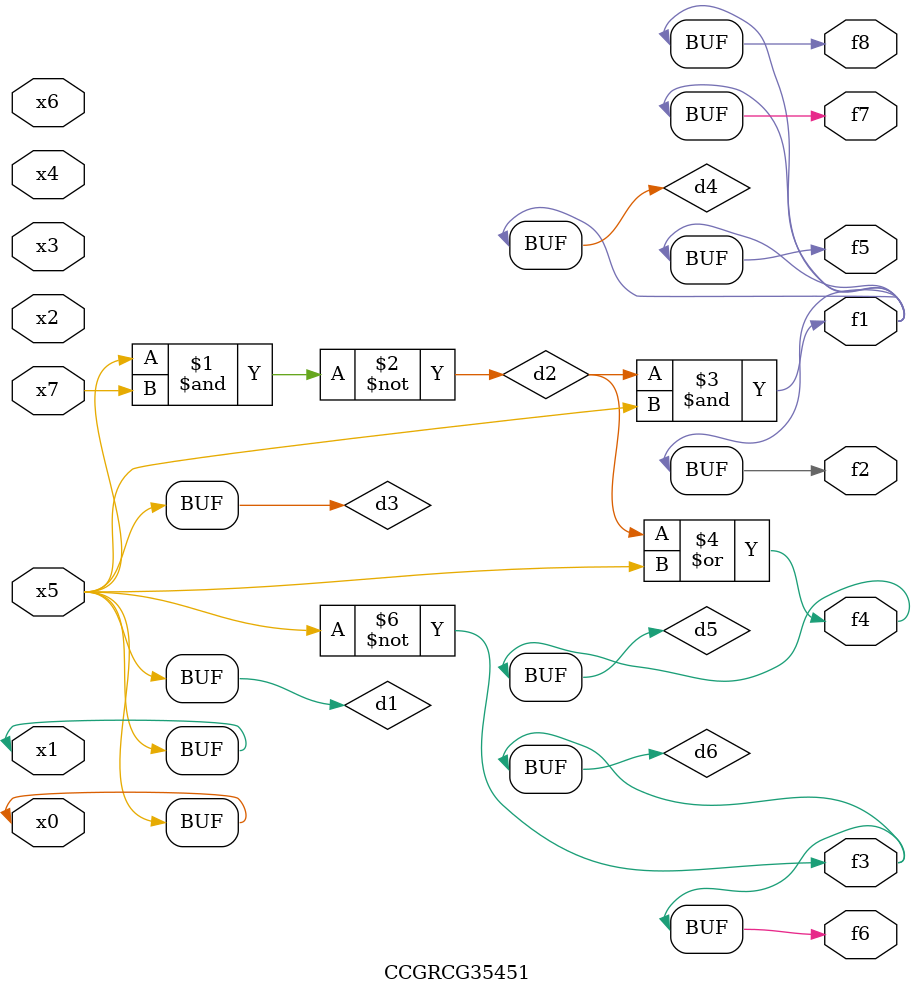
<source format=v>
module CCGRCG35451(
	input x0, x1, x2, x3, x4, x5, x6, x7,
	output f1, f2, f3, f4, f5, f6, f7, f8
);

	wire d1, d2, d3, d4, d5, d6;

	buf (d1, x0, x5);
	nand (d2, x5, x7);
	buf (d3, x0, x1);
	and (d4, d2, d3);
	or (d5, d2, d3);
	nor (d6, d1, d3);
	assign f1 = d4;
	assign f2 = d4;
	assign f3 = d6;
	assign f4 = d5;
	assign f5 = d4;
	assign f6 = d6;
	assign f7 = d4;
	assign f8 = d4;
endmodule

</source>
